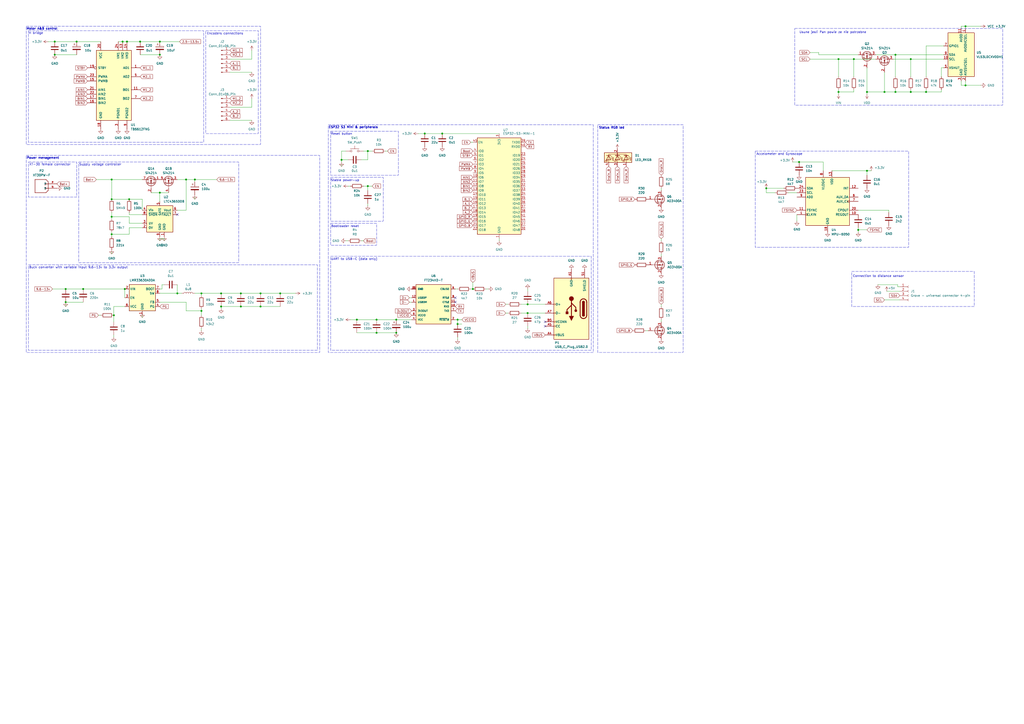
<source format=kicad_sch>
(kicad_sch (version 20231120) (generator "eeschema") (generator_version "8.0")
  (paper "A2")
  (junction (at 102.87 170.18))
  (junction (at 113.03 104.14))
  (junction (at 151.13 177.8))
  (junction (at 246.38 77.47))
  (junction (at 31.75 31.75))
  (junction (at 64.77 115.57))
  (junction (at 218.44 185.42))
  (junction (at 64.77 104.14))
  (junction (at 38.1 175.26))
  (junction (at 128.27 177.8))
  (junction (at 38.1 167.64))
  (junction (at 207.01 185.42))
  (junction (at 116.84 170.18))
  (junction (at 139.7 177.8))
  (junction (at 502.92 53.34))
  (junction (at 502.92 99.06))
  (junction (at 128.27 170.18))
  (junction (at 81.28 24.13))
  (junction (at 229.87 185.42))
  (junction (at 64.77 135.89))
  (junction (at 198.12 92.71))
  (junction (at 560.07 49.53))
  (junction (at 444.5 109.22))
  (junction (at 528.32 34.29))
  (junction (at 71.12 24.13))
  (junction (at 48.26 167.64))
  (junction (at 528.32 53.34))
  (junction (at 537.21 53.34))
  (junction (at 139.7 170.18))
  (junction (at 256.54 77.47))
  (junction (at 560.07 15.24))
  (junction (at 463.55 93.98))
  (junction (at 31.75 24.13))
  (junction (at 107.95 104.14))
  (junction (at 486.41 53.34))
  (junction (at 229.87 193.04))
  (junction (at 73.66 24.13))
  (junction (at 495.3 34.29))
  (junction (at 213.36 87.63))
  (junction (at 265.43 185.42))
  (junction (at 274.32 167.64))
  (junction (at 218.44 193.04))
  (junction (at 92.71 31.75))
  (junction (at 265.43 187.96))
  (junction (at 44.45 24.13))
  (junction (at 92.71 111.76))
  (junction (at 513.08 53.34))
  (junction (at 116.84 180.34))
  (junction (at 74.93 115.57))
  (junction (at 497.84 133.35))
  (junction (at 64.77 125.73))
  (junction (at 151.13 170.18))
  (junction (at 306.07 181.61))
  (junction (at 66.04 182.88))
  (junction (at 519.43 53.34))
  (junction (at 519.43 31.75))
  (junction (at 72.39 167.64))
  (junction (at 162.56 170.18))
  (junction (at 92.71 24.13))
  (junction (at 213.36 107.95))
  (junction (at 306.07 176.53))
  (junction (at 486.41 34.29))
  (no_connect (at 102.87 124.46))
  (no_connect (at 316.23 189.23))
  (no_connect (at 264.16 175.26))
  (no_connect (at 316.23 186.69))
  (no_connect (at 264.16 172.72))
  (wire (pts (xy 495.3 34.29) (xy 495.3 44.45)))
  (wire (pts (xy 73.66 24.13) (xy 81.28 24.13)))
  (wire (pts (xy 223.52 87.63) (xy 224.79 87.63)))
  (wire (pts (xy 519.43 53.34) (xy 528.32 53.34)))
  (wire (pts (xy 505.46 99.06) (xy 502.92 99.06)))
  (wire (pts (xy 162.56 170.18) (xy 171.45 170.18)))
  (wire (pts (xy 74.93 125.73) (xy 64.77 125.73)))
  (wire (pts (xy 87.63 111.76) (xy 92.71 111.76)))
  (wire (pts (xy 162.56 177.8) (xy 151.13 177.8)))
  (wire (pts (xy 209.55 92.71) (xy 213.36 92.71)))
  (wire (pts (xy 57.15 182.88) (xy 58.42 182.88)))
  (wire (pts (xy 31.75 24.13) (xy 44.45 24.13)))
  (wire (pts (xy 463.55 93.98) (xy 477.52 93.98)))
  (wire (pts (xy 107.95 121.92) (xy 107.95 104.14)))
  (wire (pts (xy 102.87 121.92) (xy 107.95 121.92)))
  (wire (pts (xy 237.49 175.26) (xy 238.76 175.26)))
  (wire (pts (xy 151.13 177.8) (xy 139.7 177.8)))
  (wire (pts (xy 151.13 170.18) (xy 162.56 170.18)))
  (wire (pts (xy 64.77 134.62) (xy 64.77 135.89)))
  (wire (pts (xy 383.54 109.22) (xy 383.54 110.49)))
  (wire (pts (xy 27.94 24.13) (xy 31.75 24.13)))
  (wire (pts (xy 102.87 170.18) (xy 105.41 170.18)))
  (wire (pts (xy 66.04 195.58) (xy 66.04 194.31)))
  (wire (pts (xy 66.04 177.8) (xy 66.04 182.88)))
  (wire (pts (xy 48.26 167.64) (xy 72.39 167.64)))
  (wire (pts (xy 116.84 170.18) (xy 116.84 171.45)))
  (wire (pts (xy 497.84 31.75) (xy 474.98 31.75)))
  (wire (pts (xy 521.97 166.37) (xy 520.7 166.37)))
  (wire (pts (xy 306.07 167.64) (xy 306.07 168.91)))
  (wire (pts (xy 459.74 93.98) (xy 463.55 93.98)))
  (wire (pts (xy 546.1 53.34) (xy 537.21 53.34)))
  (wire (pts (xy 31.75 31.75) (xy 44.45 31.75)))
  (wire (pts (xy 201.93 107.95) (xy 203.2 107.95)))
  (wire (pts (xy 513.08 53.34) (xy 519.43 53.34)))
  (wire (pts (xy 102.87 104.14) (xy 107.95 104.14)))
  (wire (pts (xy 560.07 49.53) (xy 568.96 49.53)))
  (wire (pts (xy 514.35 168.91) (xy 521.97 168.91)))
  (wire (pts (xy 116.84 180.34) (xy 116.84 182.88)))
  (wire (pts (xy 209.55 139.7) (xy 210.82 139.7)))
  (wire (pts (xy 513.08 173.99) (xy 521.97 173.99)))
  (wire (pts (xy 198.12 87.63) (xy 198.12 92.71)))
  (wire (pts (xy 113.03 170.18) (xy 116.84 170.18)))
  (wire (pts (xy 229.87 193.04) (xy 218.44 193.04)))
  (wire (pts (xy 546.1 52.07) (xy 546.1 53.34)))
  (wire (pts (xy 146.05 57.15) (xy 146.05 62.23)))
  (wire (pts (xy 213.36 92.71) (xy 213.36 87.63)))
  (wire (pts (xy 265.43 196.85) (xy 265.43 195.58)))
  (wire (pts (xy 495.3 34.29) (xy 508 34.29)))
  (wire (pts (xy 265.43 187.96) (xy 267.97 187.96)))
  (wire (pts (xy 486.41 44.45) (xy 486.41 34.29)))
  (wire (pts (xy 213.36 87.63) (xy 210.82 87.63)))
  (wire (pts (xy 68.58 24.13) (xy 71.12 24.13)))
  (wire (pts (xy 302.26 181.61) (xy 306.07 181.61)))
  (wire (pts (xy 519.43 31.75) (xy 519.43 44.45)))
  (wire (pts (xy 82.55 182.88) (xy 82.55 184.15)))
  (wire (pts (xy 265.43 185.42) (xy 264.16 185.42)))
  (wire (pts (xy 213.36 119.38) (xy 213.36 118.11)))
  (wire (pts (xy 474.98 30.48) (xy 469.9 30.48)))
  (wire (pts (xy 265.43 167.64) (xy 264.16 167.64)))
  (wire (pts (xy 383.54 138.43) (xy 383.54 139.7)))
  (wire (pts (xy 486.41 52.07) (xy 486.41 53.34)))
  (wire (pts (xy 64.77 146.05) (xy 64.77 147.32)))
  (wire (pts (xy 74.93 129.54) (xy 74.93 125.73)))
  (wire (pts (xy 38.1 167.64) (xy 48.26 167.64)))
  (wire (pts (xy 283.21 167.64) (xy 281.94 167.64)))
  (wire (pts (xy 383.54 176.53) (xy 383.54 177.8)))
  (wire (pts (xy 444.5 109.22) (xy 454.66 109.22)))
  (wire (pts (xy 107.95 180.34) (xy 107.95 175.26)))
  (wire (pts (xy 273.05 82.55) (xy 274.32 82.55)))
  (wire (pts (xy 513.08 41.91) (xy 513.08 53.34)))
  (wire (pts (xy 82.55 121.92) (xy 82.55 115.57)))
  (wire (pts (xy 444.5 111.76) (xy 444.5 109.22)))
  (wire (pts (xy 200.66 139.7) (xy 201.93 139.7)))
  (wire (pts (xy 92.71 170.18) (xy 102.87 170.18)))
  (wire (pts (xy 306.07 176.53) (xy 316.23 176.53)))
  (wire (pts (xy 102.87 165.1) (xy 102.87 170.18)))
  (wire (pts (xy 519.43 31.75) (xy 547.37 31.75)))
  (wire (pts (xy 482.6 99.06) (xy 502.92 99.06)))
  (wire (pts (xy 44.45 24.13) (xy 58.42 24.13)))
  (wire (pts (xy 72.39 167.64) (xy 72.39 172.72)))
  (wire (pts (xy 116.84 191.77) (xy 116.84 190.5)))
  (wire (pts (xy 293.37 176.53) (xy 294.64 176.53)))
  (wire (pts (xy 64.77 104.14) (xy 82.55 104.14)))
  (wire (pts (xy 229.87 185.42) (xy 238.76 185.42)))
  (wire (pts (xy 486.41 53.34) (xy 486.41 54.61)))
  (wire (pts (xy 502.92 39.37) (xy 502.92 53.34)))
  (wire (pts (xy 547.37 39.37) (xy 546.1 39.37)))
  (wire (pts (xy 139.7 177.8) (xy 128.27 177.8)))
  (wire (pts (xy 218.44 193.04) (xy 207.01 193.04)))
  (wire (pts (xy 537.21 26.67) (xy 537.21 44.45)))
  (wire (pts (xy 55.88 104.14) (xy 64.77 104.14)))
  (wire (pts (xy 497.84 121.92) (xy 515.62 121.92)))
  (wire (pts (xy 218.44 185.42) (xy 229.87 185.42)))
  (wire (pts (xy 81.28 24.13) (xy 92.71 24.13)))
  (wire (pts (xy 133.35 62.23) (xy 146.05 62.23)))
  (wire (pts (xy 107.95 175.26) (xy 92.71 175.26)))
  (wire (pts (xy 495.3 52.07) (xy 495.3 53.34)))
  (wire (pts (xy 64.77 123.19) (xy 64.77 125.73)))
  (wire (pts (xy 213.36 87.63) (xy 215.9 87.63)))
  (wire (pts (xy 38.1 176.53) (xy 38.1 177.8)))
  (wire (pts (xy 557.53 49.53) (xy 560.07 49.53)))
  (wire (pts (xy 113.03 105.41) (xy 113.03 104.14)))
  (wire (pts (xy 95.25 165.1) (xy 93.98 165.1)))
  (wire (pts (xy 508 31.75) (xy 519.43 31.75)))
  (wire (pts (xy 469.9 34.29) (xy 486.41 34.29)))
  (wire (pts (xy 72.39 177.8) (xy 66.04 177.8)))
  (wire (pts (xy 82.55 129.54) (xy 74.93 129.54)))
  (wire (pts (xy 133.35 41.91) (xy 146.05 41.91)))
  (wire (pts (xy 444.5 111.76) (xy 449.58 111.76)))
  (wire (pts (xy 64.77 135.89) (xy 64.77 137.16)))
  (wire (pts (xy 289.56 138.43) (xy 289.56 139.7)))
  (wire (pts (xy 502.92 133.35) (xy 497.84 133.35)))
  (wire (pts (xy 383.54 147.32) (xy 383.54 148.59)))
  (wire (pts (xy 560.07 15.24) (xy 560.07 16.51)))
  (wire (pts (xy 557.53 46.99) (xy 557.53 49.53)))
  (wire (pts (xy 64.77 104.14) (xy 64.77 115.57)))
  (wire (pts (xy 502.92 53.34) (xy 502.92 54.61)))
  (wire (pts (xy 520.7 166.37) (xy 520.7 165.1)))
  (wire (pts (xy 64.77 115.57) (xy 74.93 115.57)))
  (wire (pts (xy 95.25 138.43) (xy 95.25 139.7)))
  (wire (pts (xy 133.35 34.29) (xy 146.05 34.29)))
  (wire (pts (xy 518.16 34.29) (xy 528.32 34.29)))
  (wire (pts (xy 74.93 135.89) (xy 74.93 132.08)))
  (wire (pts (xy 528.32 34.29) (xy 547.37 34.29)))
  (wire (pts (xy 513.08 53.34) (xy 502.92 53.34)))
  (wire (pts (xy 213.36 107.95) (xy 213.36 110.49)))
  (wire (pts (xy 113.03 104.14) (xy 125.73 104.14)))
  (wire (pts (xy 274.32 167.64) (xy 273.05 167.64)))
  (wire (pts (xy 557.53 16.51) (xy 557.53 15.24)))
  (wire (pts (xy 74.93 132.08) (xy 82.55 132.08)))
  (wire (pts (xy 64.77 135.89) (xy 74.93 135.89)))
  (wire (pts (xy 64.77 127) (xy 64.77 125.73)))
  (wire (pts (xy 82.55 115.57) (xy 74.93 115.57)))
  (wire (pts (xy 560.07 46.99) (xy 560.07 49.53)))
  (wire (pts (xy 133.35 69.85) (xy 146.05 69.85)))
  (wire (pts (xy 198.12 87.63) (xy 200.66 87.63)))
  (wire (pts (xy 128.27 170.18) (xy 139.7 170.18)))
  (wire (pts (xy 107.95 104.14) (xy 113.03 104.14)))
  (wire (pts (xy 93.98 165.1) (xy 93.98 167.64)))
  (wire (pts (xy 256.54 77.47) (xy 289.56 77.47)))
  (wire (pts (xy 497.84 133.35) (xy 497.84 134.62)))
  (wire (pts (xy 515.62 121.92) (xy 515.62 123.19)))
  (wire (pts (xy 474.98 31.75) (xy 474.98 30.48)))
  (wire (pts (xy 546.1 39.37) (xy 546.1 44.45)))
  (wire (pts (xy 198.12 95.25) (xy 198.12 96.52)))
  (wire (pts (xy 528.32 34.29) (xy 528.32 44.45)))
  (wire (pts (xy 486.41 34.29) (xy 495.3 34.29)))
  (wire (pts (xy 128.27 177.8) (xy 128.27 179.07)))
  (wire (pts (xy 242.57 77.47) (xy 246.38 77.47)))
  (wire (pts (xy 38.1 175.26) (xy 48.26 175.26)))
  (wire (pts (xy 265.43 187.96) (xy 265.43 185.42)))
  (wire (pts (xy 547.37 26.67) (xy 537.21 26.67)))
  (wire (pts (xy 293.37 181.61) (xy 294.64 181.61)))
  (wire (pts (xy 198.12 92.71) (xy 201.93 92.71)))
  (wire (pts (xy 306.07 181.61) (xy 316.23 181.61)))
  (wire (pts (xy 30.48 167.64) (xy 38.1 167.64)))
  (wire (pts (xy 265.43 185.42) (xy 267.97 185.42)))
  (wire (pts (xy 213.36 107.95) (xy 215.9 107.95)))
  (wire (pts (xy 92.71 138.43) (xy 92.71 139.7)))
  (wire (pts (xy 509.27 165.1) (xy 520.7 165.1)))
  (wire (pts (xy 374.65 191.77) (xy 375.92 191.77)))
  (wire (pts (xy 92.71 24.13) (xy 104.14 24.13)))
  (wire (pts (xy 71.12 24.13) (xy 73.66 24.13)))
  (wire (pts (xy 457.2 111.76) (xy 462.28 111.76)))
  (wire (pts (xy 203.2 185.42) (xy 207.01 185.42)))
  (wire (pts (xy 383.54 186.69) (xy 383.54 185.42)))
  (wire (pts (xy 146.05 29.21) (xy 146.05 34.29)))
  (wire (pts (xy 74.93 124.46) (xy 74.93 123.19)))
  (wire (pts (xy 113.03 114.3) (xy 113.03 115.57)))
  (wire (pts (xy 198.12 92.71) (xy 198.12 93.98)))
  (wire (pts (xy 82.55 124.46) (xy 74.93 124.46)))
  (wire (pts (xy 557.53 15.24) (xy 560.07 15.24)))
  (wire (pts (xy 92.71 138.43) (xy 95.25 138.43)))
  (wire (pts (xy 139.7 170.18) (xy 151.13 170.18)))
  (wire (pts (xy 560.07 15.24) (xy 568.96 15.24)))
  (wire (pts (xy 210.82 107.95) (xy 213.36 107.95)))
  (wire (pts (xy 302.26 176.53) (xy 306.07 176.53)))
  (wire (pts (xy 116.84 180.34) (xy 107.95 180.34)))
  (wire (pts (xy 497.84 133.35) (xy 497.84 132.08)))
  (wire (pts (xy 519.43 53.34) (xy 519.43 52.07)))
  (wire (pts (xy 92.71 111.76) (xy 97.79 111.76)))
  (wire (pts (xy 306.07 190.5) (xy 306.07 189.23)))
  (wire (pts (xy 237.49 172.72) (xy 238.76 172.72)))
  (wire (pts (xy 66.04 182.88) (xy 66.04 186.69)))
  (wire (pts (xy 116.84 170.18) (xy 128.27 170.18)))
  (wire (pts (xy 537.21 53.34) (xy 528.32 53.34)))
  (wire (pts (xy 274.32 163.83) (xy 274.32 167.64)))
  (wire (pts (xy 92.71 111.76) (xy 92.71 116.84)))
  (wire (pts (xy 495.3 53.34) (xy 486.41 53.34)))
  (wire (pts (xy 207.01 185.42) (xy 218.44 185.42)))
  (wire (pts (xy 537.21 53.34) (xy 537.21 52.07)))
  (wire (pts (xy 502.92 99.06) (xy 502.92 101.6)))
  (wire (pts (xy 93.98 167.64) (xy 92.71 167.64)))
  (wire (pts (xy 81.28 31.75) (xy 92.71 31.75)))
  (wire (pts (xy 477.52 93.98) (xy 477.52 99.06)))
  (wire (pts (xy 246.38 77.47) (xy 256.54 77.47)))
  (wire (pts (xy 462.28 128.27) (xy 462.28 124.46)))
  (wire (pts (xy 116.84 179.07) (xy 116.84 180.34)))
  (wire (pts (xy 528.32 53.34) (xy 528.32 52.07)))
  (rectangle (start 191.77 129.54) (end 218.44 142.24) (stroke (width 0) (type dash)))
  (rectangle (start 191.77 148.59) (end 342.9 203.2) (stroke (width 0) (type dash)))
  (rectangle (start 45.72 93.98) (end 138.43 152.4) (stroke (width 0) (type dash)))
  (rectangle (start 15.24 90.17) (end 185.42 204.47) (stroke (width 0) (type dash)))
  (rectangle (start 16.51 153.67) (end 184.15 203.2) (stroke (width 0) (type dash)))
  (rectangle (start 346.71 72.39) (end 396.24 204.47) (stroke (width 0) (type dash)))
  (rectangle (start 461.01 16.51) (end 581.66 60.96) (stroke (width 0) (type dash)))
  (rectangle (start 190.5 72.39) (end 344.17 204.47) (stroke (width 0) (type dash)))
  (rectangle (start 191.77 102.87) (end 222.25 128.27) (stroke (width 0) (type dash)))
  (rectangle (start 15.24 15.24) (end 151.13 83.82) (stroke (width 0) (type dash)))
  (rectangle (start 16.51 93.98) (end 44.45 114.3) (stroke (width 0) (type dash)))
  (rectangle (start 119.38 17.78) (end 149.86 77.47) (stroke (width 0) (type dash)))
  (rectangle (start 438.15 87.63) (end 527.05 143.51) (stroke (width 0) (type dash)))
  (rectangle (start 494.03 157.48) (end 565.15 177.8) (stroke (width 0) (type dash)))
  (rectangle (start 16.51 17.78) (end 118.11 82.55) (stroke (width 0) (type dash)))
  (rectangle (start 191.77 76.2) (end 231.14 101.6) (stroke (width 0) (type dash)))
  (text "Motor A&B control" (at 24.384 16.764 0) (effects (font (size 1.27 1.27) (thickness 0.254) (bold yes))))
  (text "Status RGB led" (at 354.838 74.168 0) (effects (font (size 1.27 1.27) (thickness 0.254) (bold yes))))
  (text "UART to USB-C (data only)\n" (at 205.486 150.368 0) (effects (font (size 1.27 1.27))))
  (text "Stable power-up" (at 200.152 104.648 0) (effects (font (size 1.27 1.27))))
  (text "Supply voltage controller" (at 58.166 95.504 0) (effects (font (size 1.27 1.27))))
  (text "Accelometer and Gyroscope \n" (at 452.628 89.408 0) (effects (font (size 1.27 1.27))))
  (text "Buck converter with variable input 9.6-13v to 3.3v output" (at 45.466 155.194 0) (effects (font (size 1.27 1.27))))
  (text "Bootloader reset" (at 200.152 131.318 0) (effects (font (size 1.27 1.27))))
  (text "ESP32 S3 Mini & peripherals" (at 204.978 73.914 0) (effects (font (size 1.27 1.27) (thickness 0.254) (bold yes))))
  (text "XT-30 female connector\n" (at 28.956 95.504 0) (effects (font (size 1.27 1.27))))
  (text "Reset button" (at 198.12 77.724 0) (effects (font (size 1.27 1.27))))
  (text "Usune jesli Pan powie ze nie potrzebne\n" (at 483.108 18.796 0) (effects (font (size 1.27 1.27))))
  (text "H bridge\n" (at 20.828 19.304 0) (effects (font (size 1.27 1.27))))
  (text "Connection to distance sensor\n" (at 509.524 160.274 0) (effects (font (size 1.27 1.27))))
  (text "Encoders connections\n" (at 130.556 19.558 0) (effects (font (size 1.27 1.27))))
  (text "Power menagement" (at 24.892 91.694 0) (effects (font (size 1.27 1.27) (thickness 0.254) (bold yes))))
  (global_label "A_2" (shape input) (at 274.32 123.19 180) (property "Intersheetrefs" "${INTERSHEET_REFS}" (effects (hide yes))))
  (global_label "A_1" (shape input) (at 274.32 118.11 180) (property "Intersheetrefs" "${INTERSHEET_REFS}" (effects (hide yes))))
  (global_label "9.6-13v" (shape input) (at 30.48 167.64 180) (property "Intersheetrefs" "${INTERSHEET_REFS}" (effects (hide yes))))
  (global_label "GPIO_R" (shape input) (at 274.32 125.73 180) (property "Intersheetrefs" "${INTERSHEET_REFS}" (effects (hide yes))))
  (global_label "BIN2" (shape input) (at 274.32 110.49 180) (property "Intersheetrefs" "${INTERSHEET_REFS}" (effects (hide yes))))
  (global_label "TX" (shape input) (at 264.16 180.34 0) (property "Intersheetrefs" "${INTERSHEET_REFS}" (effects (hide yes))))
  (global_label "D+" (shape input) (at 293.37 176.53 180) (property "Intersheetrefs" "${INTERSHEET_REFS}" (effects (hide yes))))
  (global_label "STBY" (shape input) (at 50.8 39.37 180) (property "Intersheetrefs" "${INTERSHEET_REFS}" (effects (hide yes))))
  (global_label "PG" (shape input) (at 92.71 177.8 0) (property "Intersheetrefs" "${INTERSHEET_REFS}" (effects (hide yes))))
  (global_label "SCL" (shape input) (at 469.9 34.29 180) (property "Intersheetrefs" "${INTERSHEET_REFS}" (effects (hide yes))))
  (global_label "PWMB" (shape input) (at 274.32 97.79 180) (property "Intersheetrefs" "${INTERSHEET_REFS}" (effects (hide yes))))
  (global_label "STBY" (shape input) (at 274.32 90.17 180) (property "Intersheetrefs" "${INTERSHEET_REFS}" (effects (hide yes))))
  (global_label "VCCIO" (shape input) (at 238.76 182.88 180) (property "Intersheetrefs" "${INTERSHEET_REFS}" (effects (hide yes))))
  (global_label "3v3OUT" (shape input) (at 238.76 180.34 180) (property "Intersheetrefs" "${INTERSHEET_REFS}" (effects (hide yes))))
  (global_label "GPIO_G" (shape input) (at 368.3 153.67 180) (property "Intersheetrefs" "${INTERSHEET_REFS}" (effects (hide yes))))
  (global_label "B_1" (shape input) (at 133.35 39.37 0) (property "Intersheetrefs" "${INTERSHEET_REFS}" (effects (hide yes))))
  (global_label "9.6-13v" (shape input) (at 125.73 104.14 0) (property "Intersheetrefs" "${INTERSHEET_REFS}" (effects (hide yes))))
  (global_label "Bat+" (shape input) (at 55.88 104.14 180) (property "Intersheetrefs" "${INTERSHEET_REFS}" (effects (hide yes))))
  (global_label "A_1" (shape input) (at 133.35 36.83 0) (property "Intersheetrefs" "${INTERSHEET_REFS}" (effects (hide yes))))
  (global_label "Drain_B" (shape input) (at 383.54 176.53 90) (property "Intersheetrefs" "${INTERSHEET_REFS}" (effects (hide yes))))
  (global_label "AIN2" (shape input) (at 50.8 54.61 180) (property "Intersheetrefs" "${INTERSHEET_REFS}" (effects (hide yes))))
  (global_label "D-" (shape input) (at 293.37 181.61 180) (property "Intersheetrefs" "${INTERSHEET_REFS}" (effects (hide yes))))
  (global_label "B_1" (shape input) (at 274.32 115.57 180) (property "Intersheetrefs" "${INTERSHEET_REFS}" (effects (hide yes))))
  (global_label "A_2" (shape input) (at 133.35 64.77 0) (property "Intersheetrefs" "${INTERSHEET_REFS}" (effects (hide yes))))
  (global_label "PG" (shape input) (at 57.15 182.88 180) (property "Intersheetrefs" "${INTERSHEET_REFS}" (effects (hide yes))))
  (global_label "2.5-13.5v" (shape input) (at 104.14 24.13 0) (property "Intersheetrefs" "${INTERSHEET_REFS}" (effects (hide yes))))
  (global_label "Boot" (shape input) (at 274.32 87.63 180) (property "Intersheetrefs" "${INTERSHEET_REFS}" (effects (hide yes))))
  (global_label "PWMB" (shape input) (at 50.8 46.99 180) (property "Intersheetrefs" "${INTERSHEET_REFS}" (effects (hide yes))))
  (global_label "AIN1" (shape input) (at 50.8 52.07 180) (property "Intersheetrefs" "${INTERSHEET_REFS}" (effects (hide yes))))
  (global_label "Drain_G" (shape input) (at 383.54 138.43 90) (property "Intersheetrefs" "${INTERSHEET_REFS}" (effects (hide yes))))
  (global_label "BIN1" (shape input) (at 50.8 57.15 180) (property "Intersheetrefs" "${INTERSHEET_REFS}" (effects (hide yes))))
  (global_label "FSYNC" (shape input) (at 502.92 133.35 0) (property "Intersheetrefs" "${INTERSHEET_REFS}" (effects (hide yes))))
  (global_label "SDA" (shape input) (at 521.97 171.45 180) (property "Intersheetrefs" "${INTERSHEET_REFS}" (effects (hide yes))))
  (global_label "EN" (shape input) (at 215.9 107.95 0) (property "Intersheetrefs" "${INTERSHEET_REFS}" (effects (hide yes))))
  (global_label "BIN1" (shape input) (at 274.32 107.95 180) (property "Intersheetrefs" "${INTERSHEET_REFS}" (effects (hide yes))))
  (global_label "Drain_G" (shape input) (at 358.14 96.52 270) (property "Intersheetrefs" "${INTERSHEET_REFS}" (effects (hide yes))))
  (global_label "PWMA" (shape input) (at 274.32 95.25 180) (property "Intersheetrefs" "${INTERSHEET_REFS}" (effects (hide yes))))
  (global_label "D-" (shape input) (at 237.49 175.26 180) (property "Intersheetrefs" "${INTERSHEET_REFS}" (effects (hide yes))))
  (global_label "EN" (shape input) (at 224.79 87.63 0) (property "Intersheetrefs" "${INTERSHEET_REFS}" (effects (hide yes))))
  (global_label "AIN2" (shape input) (at 274.32 105.41 180) (property "Intersheetrefs" "${INTERSHEET_REFS}" (effects (hide yes))))
  (global_label "M1_2" (shape input) (at 133.35 57.15 0) (property "Intersheetrefs" "${INTERSHEET_REFS}" (effects (hide yes))))
  (global_label "M2_2" (shape input) (at 81.28 57.15 0) (property "Intersheetrefs" "${INTERSHEET_REFS}" (effects (hide yes))))
  (global_label "GPIO_G" (shape input) (at 274.32 128.27 180) (property "Intersheetrefs" "${INTERSHEET_REFS}" (effects (hide yes))))
  (global_label "BIN2" (shape input) (at 50.8 59.69 180) (property "Intersheetrefs" "${INTERSHEET_REFS}" (effects (hide yes))))
  (global_label "GPIO_R" (shape input) (at 368.3 115.57 180) (property "Intersheetrefs" "${INTERSHEET_REFS}" (effects (hide yes))))
  (global_label "VBUS" (shape input) (at 274.32 163.83 90) (property "Intersheetrefs" "${INTERSHEET_REFS}" (effects (hide yes))))
  (global_label "GPIO_B" (shape input) (at 367.03 191.77 180) (property "Intersheetrefs" "${INTERSHEET_REFS}" (effects (hide yes))))
  (global_label "RX" (shape input) (at 304.8 85.09 0) (property "Intersheetrefs" "${INTERSHEET_REFS}" (effects (hide yes))))
  (global_label "B_2" (shape input) (at 274.32 120.65 180) (property "Intersheetrefs" "${INTERSHEET_REFS}" (effects (hide yes))))
  (global_label "Bat+" (shape input) (at 33.02 106.68 0) (property "Intersheetrefs" "${INTERSHEET_REFS}" (effects (hide yes))))
  (global_label "M2_2" (shape input) (at 133.35 59.69 0) (property "Intersheetrefs" "${INTERSHEET_REFS}" (effects (hide yes))))
  (global_label "PWMA" (shape input) (at 50.8 44.45 180) (property "Intersheetrefs" "${INTERSHEET_REFS}" (effects (hide yes))))
  (global_label "D+" (shape input) (at 237.49 172.72 180) (property "Intersheetrefs" "${INTERSHEET_REFS}" (effects (hide yes))))
  (global_label "M2_1" (shape input) (at 81.28 44.45 0) (property "Intersheetrefs" "${INTERSHEET_REFS}" (effects (hide yes))))
  (global_label "GPIO_B" (shape input) (at 274.32 130.81 180) (property "Intersheetrefs" "${INTERSHEET_REFS}" (effects (hide yes))))
  (global_label "EN" (shape input) (at 273.05 82.55 180) (property "Intersheetrefs" "${INTERSHEET_REFS}" (effects (hide yes))))
  (global_label "VBUS" (shape input) (at 316.23 194.31 180) (property "Intersheetrefs" "${INTERSHEET_REFS}" (effects (hide yes))))
  (global_label "SDA" (shape input) (at 469.9 30.48 180) (property "Intersheetrefs" "${INTERSHEET_REFS}" (effects (hide yes))))
  (global_label "TX" (shape input) (at 304.8 82.55 0) (property "Intersheetrefs" "${INTERSHEET_REFS}" (effects (hide yes))))
  (global_label "M1_1" (shape input) (at 133.35 29.21 0) (property "Intersheetrefs" "${INTERSHEET_REFS}" (effects (hide yes))))
  (global_label "B_2" (shape input) (at 133.35 67.31 0) (property "Intersheetrefs" "${INTERSHEET_REFS}" (effects (hide yes))))
  (global_label "FSYNC" (shape input) (at 462.28 121.92 180) (property "Intersheetrefs" "${INTERSHEET_REFS}" (effects (hide yes))))
  (global_label "Drain_R" (shape input) (at 383.54 101.6 90) (property "Intersheetrefs" "${INTERSHEET_REFS}" (effects (hide yes))))
  (global_label "M1_1" (shape input) (at 81.28 39.37 0) (property "Intersheetrefs" "${INTERSHEET_REFS}" (effects (hide yes))))
  (global_label "M2_1" (shape input) (at 133.35 31.75 0) (property "Intersheetrefs" "${INTERSHEET_REFS}" (effects (hide yes))))
  (global_label "Drain_B" (shape input) (at 353.06 96.52 270) (property "Intersheetrefs" "${INTERSHEET_REFS}" (effects (hide yes))))
  (global_label "RX" (shape input) (at 264.16 177.8 0) (property "Intersheetrefs" "${INTERSHEET_REFS}" (effects (hide yes))))
  (global_label "VCCIO" (shape input) (at 267.97 185.42 0) (property "Intersheetrefs" "${INTERSHEET_REFS}" (effects (hide yes))))
  (global_label "AIN1" (shape input) (at 274.32 102.87 180) (property "Intersheetrefs" "${INTERSHEET_REFS}" (effects (hide yes))))
  (global_label "M1_2" (shape input) (at 81.28 52.07 0) (property "Intersheetrefs" "${INTERSHEET_REFS}" (effects (hide yes))))
  (global_label "SCL" (shape input) (at 513.08 173.99 180) (property "Intersheetrefs" "${INTERSHEET_REFS}" (effects (hide yes))))
  (global_label "Drain_R" (shape input) (at 363.22 96.52 270) (property "Intersheetrefs" "${INTERSHEET_REFS}" (effects (hide yes))))
  (global_label "Boot" (shape input) (at 210.82 139.7 0) (property "Intersheetrefs" "${INTERSHEET_REFS}" (effects (hide yes))))
  (symbol (lib_id "power:GND") (at 92.71 137.16 0) (unit 1)
    (property "Reference" "#PWR013" (effects (hide yes)))
    (property "Value" "GND" (at 92.71 142.24 0))
    (property "Description" "Power symbol creates a global label with name \"GND\" , ground" (effects (hide yes)))
  )
  (symbol (lib_id "power:GND") (at 213.36 119.38 0) (unit 1)
    (property "Reference" "#PWR052" (effects (hide yes)))
    (property "Value" "GND" (at 213.36 124.46 0))
    (property "Description" "Power symbol creates a global label with name \"GND\" , ground" (effects (hide yes)))
  )
  (symbol (lib_id "Device:C") (at 81.28 27.94 180) (unit 1)
    (property "Reference" "C20" (at 86.36 26.416 0))
    (property "Value" "0u1" (at 86.614 29.21 0))
    (property "Description" "Unpolarized capacitor" (effects (hide yes)))
  )
  (symbol (lib_id "Device:R") (at 298.45 176.53 90) (unit 1)
    (property "Reference" "R20" (at 298.45 170.18 90))
    (property "Value" "27" (at 298.45 172.72 90))
    (property "Description" "Resistor" (effects (hide yes)))
  )
  (symbol (lib_id "power:VCC") (at 514.35 168.91 0) (unit 1)
    (property "Reference" "#PWR036" (effects (hide yes)))
    (property "Value" "+5V" (at 515.112 167.132 0) (effects (justify left)))
    (property "Description" "Power symbol creates a global label with name \"VCC\"" (effects (hide yes)))
  )
  (symbol (lib_id "Connector:Conn_01x04_Socket") (at 527.05 168.91 0) (unit 1)
    (property "Reference" "J1" (at 528.32 168.9099 0) (effects (justify left)))
    (property "Value" "Grove - universal connector 4-pin" (at 528.32 171.4499 0) (effects (justify left)))
    (property "Description" "Generic connector, single row, 01x04, script generated" (effects (hide yes)))
  )
  (symbol (lib_id "power:GND") (at 31.75 31.75 0) (unit 1)
    (property "Reference" "#PWR01" (effects (hide yes)))
    (property "Value" "GND" (at 31.75 36.83 0))
    (property "Description" "Power symbol creates a global label with name \"GND\" , ground" (effects (hide yes)))
  )
  (symbol (lib_id "Power_Management:LTC4365DDB") (at 92.71 127 0) (unit 1)
    (property "Reference" "U2" (at 94.9041 114.3 0) (effects (justify left)))
    (property "Value" "LTC4365DDB" (at 94.9041 116.84 0) (effects (justify left)))
    (property "Footprint" "Package_DFN_QFN:DFN-8-1EP_2x3mm_P0.5mm_EP0.61x2.2mm" (effects (hide yes)))
    (property "Datasheet" "https://www.analog.com/media/en/technical-documentation/data-sheets/4365fa.pdf" (effects (hide yes)))
    (property "Description" "UV, OV and Reverse Supply Protection Controller, 50/60Hz noise rejection, DFN-8" (effects (hide yes)))
  )
  (symbol (lib_id "Sensor_Distance:VL53L0CXV0DH1") (at 557.53 31.75 0) (unit 1)
    (property "Reference" "U5" (at 566.42 30.4799 0) (effects (justify left)))
    (property "Value" "VL53L0CXV0DH1" (at 566.42 33.0199 0) (effects (justify left)))
    (property "Footprint" "Sensor_Distance:ST_VL53L1x" (effects (hide yes)))
    (property "Datasheet" "https://www.st.com/resource/en/datasheet/vl53l0x.pdf" (effects (hide yes)))
    (property "Description" "2m distance ranging ToF sensor, Optical LGA12" (effects (hide yes)))
  )
  (symbol (lib_id "Device:C_Polarized") (at 113.03 109.22 0) (unit 1)
    (property "Reference" "C4" (at 116.84 107.0609 0) (effects (justify left)))
    (property "Value" "100u" (at 116.84 109.6009 0) (effects (justify left)))
    (property "Description" "Polarized capacitor" (effects (hide yes)))
  )
  (symbol (lib_id "Device:R") (at 74.93 119.38 180) (unit 1)
    (property "Reference" "R5" (at 77.47 118.1099 0) (effects (justify right)))
    (property "Value" "100k" (at 77.47 120.6499 0) (effects (justify right)))
    (property "Description" "Resistor" (effects (hide yes)))
  )
  (symbol (lib_id "Device:C_Polarized") (at 92.71 27.94 0) (unit 1)
    (property "Reference" "C19" (at 96.52 26.416 0) (effects (justify left)))
    (property "Value" "10uF" (at 96.774 29.21 0) (effects (justify left)))
    (property "Description" "Polarized capacitor" (effects (hide yes)))
  )
  (symbol (lib_id "power:GND") (at 265.43 196.85 0) (unit 1)
    (property "Reference" "#PWR047" (effects (hide yes)))
    (property "Value" "GND" (at 265.43 201.93 0))
    (property "Description" "Power symbol creates a global label with name \"GND\" , ground" (effects (hide yes)))
  )
  (symbol (lib_id "power:GND") (at 58.42 74.93 0) (unit 1)
    (property "Reference" "#PWR037" (effects (hide yes)))
    (property "Value" "GND" (at 58.42 80.01 0))
    (property "Description" "Power symbol creates a global label with name \"GND\" , ground" (effects (hide yes)))
  )
  (symbol (lib_id "Device:R") (at 458.47 109.22 90) (unit 1)
    (property "Reference" "R12" (at 458.47 104.14 90))
    (property "Value" "4k7" (at 458.47 106.68 90))
    (property "Description" "Resistor" (effects (hide yes)))
  )
  (symbol (lib_id "power:GND") (at 383.54 158.75 0) (unit 1)
    (property "Reference" "#PWR055" (effects (hide yes)))
    (property "Value" "GND" (at 383.54 163.83 0))
    (property "Description" "Power symbol creates a global label with name \"GND\" , ground" (effects (hide yes)))
  )
  (symbol (lib_id "Device:C") (at 306.07 172.72 0) (unit 1)
    (property "Reference" "C25" (at 309.88 171.4499 0) (effects (justify left)))
    (property "Value" "47p" (at 309.88 173.9899 0) (effects (justify left)))
    (property "Description" "Unpolarized capacitor" (effects (hide yes)))
  )
  (symbol (lib_id "power:GND") (at 73.66 74.93 0) (unit 1)
    (property "Reference" "#PWR057" (effects (hide yes)))
    (property "Value" "GND" (at 73.66 80.01 0))
    (property "Description" "Power symbol creates a global label with name \"GND\" , ground" (effects (hide yes)))
  )
  (symbol (lib_id "power:GND") (at 38.1 175.26 0) (unit 1)
    (property "Reference" "#PWR015" (effects (hide yes)))
    (property "Value" "GND" (at 38.1 180.34 0))
    (property "Description" "Power symbol creates a global label with name \"GND\" , ground" (effects (hide yes)))
  )
  (symbol (lib_id "Transistor_FET:BS108") (at 513.08 36.83 90) (unit 1)
    (property "Reference" "Q3" (at 513.08 30.48 90))
    (property "Value" "Si4214" (at 513.08 27.94 90))
    (property "Footprint" "Package_TO_SOT_THT:TO-92_Inline" (effects (hide yes)))
    (property "Datasheet" "http://www.redrok.com/MOSFET_BS108_200V_250mA_8O_Vth1.5_TO-92.PDF" (effects (hide yes)))
    (property "Description" "0.25A Id, 200V Vds, N-Channel MOSFET, TO-92" (effects (hide yes)))
  )
  (symbol (lib_id "Device:C") (at 99.06 165.1 270) (unit 1)
    (property "Reference" "C7" (at 99.06 157.48 90))
    (property "Value" "0u1" (at 99.06 160.02 90))
    (property "Description" "Unpolarized capacitor" (effects (hide yes)))
  )
  (symbol (lib_id "power:GND") (at 200.66 139.7 270) (unit 1)
    (property "Reference" "#PWR010" (effects (hide yes)))
    (property "Value" "GND" (at 196.85 139.6999 90) (effects (justify right)))
    (property "Description" "Power symbol creates a global label with name \"GND\" , ground" (effects (hide yes)))
  )
  (symbol (lib_id "Device:L") (at 109.22 170.18 90) (unit 1)
    (property "Reference" "L1" (at 109.22 165.1 90))
    (property "Value" "6u8" (at 109.22 167.64 90))
    (property "Description" "Inductor" (effects (hide yes)))
  )
  (symbol (lib_id "power:GND") (at 128.27 179.07 0) (unit 1)
    (property "Reference" "#PWR019" (effects (hide yes)))
    (property "Value" "GND" (at 128.27 184.15 0))
    (property "Description" "Power symbol creates a global label with name \"GND\" , ground" (effects (hide yes)))
  )
  (symbol (lib_id "power:GND") (at 146.05 41.91 0) (unit 1)
    (property "Reference" "#PWR041" (effects (hide yes)))
    (property "Value" "GND" (at 146.05 46.99 0))
    (property "Description" "Power symbol creates a global label with name \"GND\" , ground" (effects (hide yes)))
  )
  (symbol (lib_id "Device:C") (at 515.62 127 0) (unit 1)
    (property "Reference" "C15" (at 519.43 125.7299 0) (effects (justify left)))
    (property "Value" "2n2" (at 519.43 128.2699 0) (effects (justify left)))
    (property "Description" "Unpolarized capacitor" (effects (hide yes)))
  )
  (symbol (lib_id "Device:R") (at 269.24 167.64 90) (unit 1)
    (property "Reference" "R22" (at 269.24 170.434 90))
    (property "Value" "4k7" (at 269.24 172.974 90))
    (property "Description" "Resistor" (effects (hide yes)))
  )
  (symbol (lib_id "power:VCC") (at 502.92 54.61 180) (unit 1)
    (property "Reference" "#PWR031" (effects (hide yes)))
    (property "Value" "VDD" (at 502.92 59.69 0))
    (property "Description" "Power symbol creates a global label with name \"VCC\"" (effects (hide yes)))
  )
  (symbol (lib_id "power:GND") (at 480.06 134.62 0) (unit 1)
    (property "Reference" "#PWR033" (effects (hide yes)))
    (property "Value" "GND" (at 480.06 139.3893 0))
    (property "Description" "Power symbol creates a global label with name \"GND\" , ground" (effects (hide yes)))
  )
  (symbol (lib_id "power:GND") (at 229.87 193.04 0) (unit 1)
    (property "Reference" "#PWR044" (effects (hide yes)))
    (property "Value" "GND" (at 229.87 198.12 0))
    (property "Description" "Power symbol creates a global label with name \"GND\" , ground" (effects (hide yes)))
  )
  (symbol (lib_id "power:GND") (at 463.55 101.6 0) (unit 1)
    (property "Reference" "#PWR022" (effects (hide yes)))
    (property "Value" "GND" (at 463.55 105.41 0))
    (property "Description" "Power symbol creates a global label with name \"GND\" , ground" (effects (hide yes)))
  )
  (symbol (lib_id "Device:C") (at 128.27 173.99 0) (unit 1)
    (property "Reference" "C9" (at 132.08 172.7199 0) (effects (justify left)))
    (property "Value" "22u" (at 132.08 175.2599 0) (effects (justify left)))
    (property "Description" "Unpolarized capacitor" (effects (hide yes)))
  )
  (symbol (lib_id "Device:C") (at 66.04 190.5 0) (unit 1)
    (property "Reference" "C8" (at 69.85 189.2299 0) (effects (justify left)))
    (property "Value" "1u" (at 69.85 191.7699 0) (effects (justify left)))
    (property "Description" "Unpolarized capacitor" (effects (hide yes)))
  )
  (symbol (lib_id "power:GND") (at 95.25 137.16 0) (unit 1)
    (property "Reference" "#PWR012" (effects (hide yes)))
    (property "Value" "GND" (at 95.25 142.24 0))
    (property "Description" "Power symbol creates a global label with name \"GND\" , ground" (effects (hide yes)))
  )
  (symbol (lib_id "Device:R") (at 453.39 111.76 90) (unit 1)
    (property "Reference" "R13" (at 453.136 114.808 90))
    (property "Value" "4k7" (at 453.136 117.094 90))
    (property "Description" "Resistor" (effects (hide yes)))
  )
  (symbol (lib_id "power:+3.3V") (at 171.45 170.18 270) (unit 1)
    (property "Reference" "#PWR020" (effects (hide yes)))
    (property "Value" "+3.3V" (at 175.26 170.1799 90) (effects (justify left)))
    (property "Description" "Power symbol creates a global label with name \"+3.3V\"" (effects (hide yes)))
  )
  (symbol (lib_id "Device:C") (at 463.55 97.79 0) (unit 1)
    (property "Reference" "C13" (at 467.36 96.5199 0) (effects (justify left)))
    (property "Value" "10n" (at 467.36 99.0599 0) (effects (justify left)))
    (property "Description" "Unpolarized capacitor" (effects (hide yes)))
  )
  (symbol (lib_id "power:GND") (at 146.05 69.85 0) (unit 1)
    (property "Reference" "#PWR043" (effects (hide yes)))
    (property "Value" "GND" (at 146.05 74.93 0))
    (property "Description" "Power symbol creates a global label with name \"GND\" , ground" (effects (hide yes)))
  )
  (symbol (lib_id "Device:C") (at 31.75 27.94 180) (unit 1)
    (property "Reference" "C17" (at 37.084 26.416 0))
    (property "Value" "0u1" (at 37.084 29.21 0))
    (property "Description" "Unpolarized capacitor" (effects (hide yes)))
  )
  (symbol (lib_id "power:GND") (at 283.21 167.64 90) (unit 1)
    (property "Reference" "#PWR050" (effects (hide yes)))
    (property "Value" "GND" (at 287.02 167.6399 90) (effects (justify right)))
    (property "Description" "Power symbol creates a global label with name \"GND\" , ground" (effects (hide yes)))
  )
  (symbol (lib_id "power:GND") (at 246.38 85.09 0) (unit 1)
    (property "Reference" "#PWR05" (effects (hide yes)))
    (property "Value" "GND" (at 246.38 90.17 0))
    (property "Description" "Power symbol creates a global label with name \"GND\" , ground" (effects (hide yes)))
  )
  (symbol (lib_id "Transistor_FET:AO3400A") (at 381 191.77 0) (unit 1)
    (property "Reference" "Q4" (at 386.842 190.5 0) (effects (justify left)))
    (property "Value" "AO3400A" (at 386.842 193.04 0) (effects (justify left)))
    (property "Footprint" "Package_TO_SOT_SMD:SOT-23" (effects (hide yes)))
    (property "Datasheet" "http://www.aosmd.com/pdfs/datasheet/AO3400A.pdf" (effects (hide yes)))
    (property "Description" "30V Vds, 5.7A Id, N-Channel MOSFET, SOT-23" (effects (hide yes)))
  )
  (symbol (lib_id "Device:R") (at 372.11 153.67 270) (unit 1)
    (property "Reference" "R29" (at 372.11 147.32 90))
    (property "Value" "220" (at 372.11 149.86 90))
    (property "Description" "Resistor" (effects (hide yes)))
  )
  (symbol (lib_id "Device:R") (at 116.84 186.69 0) (unit 1)
    (property "Reference" "R10" (at 119.38 185.4199 0) (effects (justify left)))
    (property "Value" "43k2" (at 119.38 187.9599 0) (effects (justify left)))
    (property "Description" "Resistor" (effects (hide yes)))
  )
  (symbol (lib_id "Device:C") (at 502.92 105.41 0) (unit 1)
    (property "Reference" "C16" (at 506.73 104.1399 0) (effects (justify left)))
    (property "Value" "0u1" (at 506.73 106.6799 0) (effects (justify left)))
    (property "Description" "Unpolarized capacitor" (effects (hide yes)))
  )
  (symbol (lib_id "Device:R") (at 370.84 191.77 270) (unit 1)
    (property "Reference" "R28" (at 370.84 185.42 90))
    (property "Value" "220" (at 370.84 187.96 90))
    (property "Description" "Resistor" (effects (hide yes)))
  )
  (symbol (lib_id "Device:R") (at 528.32 48.26 0) (unit 1)
    (property "Reference" "R17" (at 530.86 46.9899 0) (effects (justify left)))
    (property "Value" "10k" (at 530.86 49.5299 0) (effects (justify left)))
    (property "Description" "Resistor" (effects (hide yes)))
  )
  (symbol (lib_id "Switch:SW_Push") (at 205.74 87.63 0) (unit 1)
    (property "Reference" "SW1" (at 205.74 80.01 0))
    (property "Value" "SW_Push" (at 205.74 82.55 0))
    (property "Description" "Push button switch, generic, two pins" (effects (hide yes)))
  )
  (symbol (lib_id "power:+3.3V") (at 146.05 57.15 0) (unit 1)
    (property "Reference" "#PWR042" (effects (hide yes)))
    (property "Value" "+3.3V" (at 146.05 52.07 0))
    (property "Description" "Power symbol creates a global label with name \"+3.3V\"" (effects (hide yes)))
  )
  (symbol (lib_id "Device:C") (at 306.07 185.42 0) (unit 1)
    (property "Reference" "C26" (at 309.88 184.1499 0) (effects (justify left)))
    (property "Value" "47p" (at 309.88 186.6899 0) (effects (justify left)))
    (property "Description" "Unpolarized capacitor" (effects (hide yes)))
  )
  (symbol (lib_id "Device:R") (at 64.77 119.38 180) (unit 1)
    (property "Reference" "R6" (at 67.31 118.1099 0) (effects (justify right)))
    (property "Value" "5M49" (at 67.31 120.6499 0) (effects (justify right)))
    (property "Description" "Resistor E96" (effects (hide yes)))
  )
  (symbol (lib_id "Device:C") (at 38.1 171.45 0) (unit 1)
    (property "Reference" "C5" (at 41.91 170.1799 0) (effects (justify left)))
    (property "Value" "10u" (at 41.91 172.7199 0) (effects (justify left)))
    (property "Description" "Unpolarized capacitor" (effects (hide yes)))
  )
  (symbol (lib_id "Sensor_Motion:MPU-6050") (at 480.06 116.84 0) (unit 1)
    (property "Reference" "U4" (at 482.2541 133.35 0) (effects (justify left)))
    (property "Value" "MPU-6050" (at 482.2541 135.89 0) (effects (justify left)))
    (property "Footprint" "Sensor_Motion:InvenSense_QFN-24_4x4mm_P0.5mm" (effects (hide yes)))
    (property "Datasheet" "https://invensense.tdk.com/wp-content/uploads/2015/02/MPU-6000-Datasheet1.pdf" (effects (hide yes)))
    (property "Description" "InvenSense 6-Axis Motion Sensor, Gyroscope, Accelerometer, I2C" (effects (hide yes)))
  )
  (symbol (lib_id "Device:R") (at 372.11 115.57 270) (unit 1)
    (property "Reference" "R30" (at 372.11 109.22 90))
    (property "Value" "220" (at 372.11 111.76 90))
    (property "Description" "Resistor" (effects (hide yes)))
  )
  (symbol (lib_id "Device:R") (at 537.21 48.26 0) (unit 1)
    (property "Reference" "R18" (at 539.75 46.9899 0) (effects (justify left)))
    (property "Value" "47k" (at 539.75 49.5299 0) (effects (justify left)))
    (property "Description" "Resistor" (effects (hide yes)))
  )
  (symbol (lib_id "power:GND") (at 113.03 113.03 0) (unit 1)
    (property "Reference" "#PWR011" (effects (hide yes)))
    (property "Value" "GND" (at 113.03 118.11 0))
    (property "Description" "Power symbol creates a global label with name \"GND\" , ground" (effects (hide yes)))
  )
  (symbol (lib_id "power:VCC") (at 568.96 15.24 270) (unit 1)
    (property "Reference" "#PWR029" (effects (hide yes)))
    (property "Value" "VCC +3.3V" (at 572.77 15.2399 90) (effects (justify left)))
    (property "Description" "Power symbol creates a global label with name \"VCC\"" (effects (hide yes)))
  )
  (symbol (lib_id "Device:R") (at 519.43 48.26 0) (unit 1)
    (property "Reference" "R16" (at 521.97 46.9899 0) (effects (justify left)))
    (property "Value" "10k" (at 521.97 49.5299 0) (effects (justify left)))
    (property "Description" "Resistor" (effects (hide yes)))
  )
  (symbol (lib_id "Device:R") (at 278.13 167.64 90) (unit 1)
    (property "Reference" "R23" (at 278.13 170.434 90))
    (property "Value" "10k" (at 278.13 172.974 90))
    (property "Description" "Resistor" (effects (hide yes)))
  )
  (symbol (lib_id "Device:R") (at 207.01 107.95 90) (unit 1)
    (property "Reference" "R24" (at 207.01 110.744 90))
    (property "Value" "10k" (at 207.01 113.284 90))
    (property "Description" "Resistor" (effects (hide yes)))
  )
  (symbol (lib_id "power:VCC") (at 505.46 99.06 0) (unit 1)
    (property "Reference" "#PWR028" (effects (hide yes)))
    (property "Value" "+3.3V" (at 507.238 97.282 0) (effects (justify left)))
    (property "Description" "Power symbol creates a global label with name \"VCC\"" (effects (hide yes)))
  )
  (symbol (lib_id "power:+3.3V") (at 146.05 29.21 0) (unit 1)
    (property "Reference" "#PWR040" (effects (hide yes)))
    (property "Value" "+3.3V" (at 146.05 24.13 0))
    (property "Description" "Power symbol creates a global label with name \"+3.3V\"" (effects (hide yes)))
  )
  (symbol (lib_id "power:VCC") (at 444.5 109.22 0) (unit 1)
    (property "Reference" "#PWR024" (effects (hide yes)))
    (property "Value" "+3.3V" (at 438.912 105.41 0) (effects (justify left)))
    (property "Description" "Power symbol creates a global label with name \"VCC\"" (effects (hide yes)))
  )
  (symbol (lib_id "Device:R") (at 64.77 140.97 180) (unit 1)
    (property "Reference" "R8" (at 67.31 139.6999 0) (effects (justify right)))
    (property "Value" "221k" (at 67.31 142.2399 0) (effects (justify right)))
    (property "Description" "Resistor E96" (effects (hide yes)))
  )
  (symbol (lib_id "Device:R") (at 298.45 181.61 90) (unit 1)
    (property "Reference" "R21" (at 298.45 184.404 90))
    (property "Value" "27" (at 298.45 186.944 90))
    (property "Description" "Resistor" (effects (hide yes)))
  )
  (symbol (lib_id "Transistor_FET:AO3400A") (at 381 153.67 0) (unit 1)
    (property "Reference" "Q5" (at 387.096 152.4 0) (effects (justify left)))
    (property "Value" "AO3400A" (at 387.096 154.94 0) (effects (justify left)))
    (property "Footprint" "Package_TO_SOT_SMD:SOT-23" (effects (hide yes)))
    (property "Datasheet" "http://www.aosmd.com/pdfs/datasheet/AO3400A.pdf" (effects (hide yes)))
    (property "Description" "30V Vds, 5.7A Id, N-Channel MOSFET, SOT-23" (effects (hide yes)))
  )
  (symbol (lib_id "power:+3.3V") (at 27.94 24.13 90) (unit 1)
    (property "Reference" "#PWR02" (effects (hide yes)))
    (property "Value" "+3.3V" (at 21.336 24.13 90))
    (property "Description" "Power symbol creates a global label with name \"+3.3V\"" (effects (hide yes)))
  )
  (symbol (lib_id "power:GND") (at 306.07 167.64 180) (unit 1)
    (property "Reference" "#PWR049" (effects (hide yes)))
    (property "Value" "GND" (at 306.07 162.56 0))
    (property "Description" "Power symbol creates a global label with name \"GND\" , ground" (effects (hide yes)))
  )
  (symbol (lib_id "Device:C_Polarized") (at 229.87 189.23 0) (unit 1)
    (property "Reference" "C24" (at 233.68 187.0709 0) (effects (justify left)))
    (property "Value" "100u" (at 233.68 189.6109 0) (effects (justify left)))
    (property "Description" "Polarized capacitor" (effects (hide yes)))
  )
  (symbol (lib_id "power:VCC") (at 486.41 54.61 180) (unit 1)
    (property "Reference" "#PWR032" (effects (hide yes)))
    (property "Value" "VIN" (at 486.41 59.69 0))
    (property "Description" "Power symbol creates a global label with name \"VCC\"" (effects (hide yes)))
  )
  (symbol (lib_id "Regulator_Switching:LMR33630ADDA") (at 82.55 172.72 0) (unit 1)
    (property "Reference" "U3" (at 82.55 160.02 0))
    (property "Value" "LMR33630ADDA" (at 82.55 162.56 0))
    (property "Footprint" "Package_SO:Texas_HSOP-8-1EP_3.9x4.9mm_P1.27mm_ThermalVias" (effects (hide yes)))
    (property "Datasheet" "http://www.ti.com/lit/ds/symlink/lmr33630.pdf" (effects (hide yes)))
    (property "Description" "Simple Switcher Synchronous Buck Regulator, Vin=3.8-36V, Iout=3A, F=400kHz, Adjustable output voltage, HSOP-8" (effects (hide yes)))
  )
  (symbol (lib_id "Device:C") (at 246.38 81.28 0) (unit 1)
    (property "Reference" "C1" (at 250.19 80.0099 0) (effects (justify left)))
    (property "Value" "22u" (at 250.19 82.5499 0) (effects (justify left)))
    (property "Description" "Unpolarized capacitor" (effects (hide yes)))
  )
  (symbol (lib_id "Device:R") (at 64.77 130.81 180) (unit 1)
    (property "Reference" "R7" (at 67.31 129.5399 0) (effects (justify right)))
    (property "Value" "78k7" (at 67.31 132.0799 0) (effects (justify right)))
    (property "Description" "Resistor E96" (effects (hide yes)))
  )
  (symbol (lib_id "power:GND") (at 502.92 109.22 0) (unit 1)
    (property "Reference" "#PWR027" (effects (hide yes)))
    (property "Value" "GND" (at 502.92 113.9893 0))
    (property "Description" "Power symbol creates a global label with name \"GND\" , ground" (effects (hide yes)))
  )
  (symbol (lib_id "XT30PW-F:XT30PW-F") (at 27.94 106.68 0) (unit 1)
    (property "Reference" "P2" (at 24.13 99.06 0))
    (property "Value" "XT30PW-F" (at 24.13 101.6 0))
    (property "Footprint" "XT30PW-F:AMASS_XT30PW-F" (effects (hide yes)))
    (property "MF" "amass" (effects (hide yes)))
    (property "MAXIMUM_PACKAGE_HEIGHT" "5 mm" (effects (hide yes)))
    (property "Package" "None" (effects (hide yes)))
    (property "Price" "None" (effects (hide yes)))
    (property "Check_prices" "https://www.snapeda.com/parts/XT30PW-F/AMASS/view-part/?ref=eda" (effects (hide yes)))
    (property "STANDARD" "Manufacturer Recommendations" (effects (hide yes)))
    (property "PARTREV" "1.2" (effects (hide yes)))
    (property "SnapEDA_Link" "https://www.snapeda.com/parts/XT30PW-F/AMASS/view-part/?ref=snap" (effects (hide yes)))
    (property "MP" "XT30PW-F" (effects (hide yes)))
    (property "Description_1" "\n                        \n                            Socket; DC supply; XT30; female; PIN: 2; on PCBs; THT; yellow; 15A\n                        \n" (effects (hide yes)))
    (property "MANUFACTURER" "Amass" (effects (hide yes)))
    (property "Availability" "Not in stock" (effects (hide yes)))
    (property "SNAPEDA_PN" "XT30PW-F" (effects (hide yes)))
  )
  (symbol (lib_id "power:GND") (at 92.71 31.75 0) (unit 1)
    (property "Reference" "#PWR039" (effects (hide yes)))
    (property "Value" "GND" (at 92.71 36.83 0))
    (property "Description" "Power symbol creates a global label with name \"GND\" , ground" (effects (hide yes)))
  )
  (symbol (lib_id "Device:R") (at 62.23 182.88 90) (unit 1)
    (property "Reference" "R11" (at 62.23 176.53 90))
    (property "Value" "100k" (at 62.23 179.07 90))
    (property "Description" "Resistor" (effects (hide yes)))
  )
  (symbol (lib_id "Driver_Motor:TB6612FNG") (at 66.04 49.53 0) (unit 1)
    (property "Reference" "U1" (at 75.8541 72.39 0) (effects (justify left)))
    (property "Value" "TB6612FNG" (at 75.8541 74.93 0) (effects (justify left)))
    (property "Footprint" "Package_SO:SSOP-24_5.3x8.2mm_P0.65mm" (effects (hide yes)))
    (property "Datasheet" "https://toshiba.semicon-storage.com/us/product/linear/motordriver/detail.TB6612FNG.html" (effects (hide yes)))
    (property "Description" "Driver IC for Dual DC motor, SSOP-24" (effects (hide yes)))
  )
  (symbol (lib_id "power:GND") (at 339.09 156.21 180) (unit 1)
    (property "Reference" "#PWR09" (effects (hide yes)))
    (property "Value" "GND" (at 339.09 151.13 0))
    (property "Description" "Power symbol creates a global label with name \"GND\" , ground" (effects (hide yes)))
  )
  (symbol (lib_id "RF_Module:ESP32-S3-MINI-1") (at 289.56 107.95 0) (unit 1)
    (property "Reference" "U7" (at 291.846 75.438 0) (effects (justify left)))
    (property "Value" "ESP32-S3-MINI-1" (at 291.7541 77.47 0) (effects (justify left)))
    (property "Footprint" "RF_Module:ESP32-S2-MINI-1" (effects (hide yes)))
    (property "Datasheet" "https://www.espressif.com/sites/default/files/documentation/esp32-s3-mini-1_mini-1u_datasheet_en.pdf" (effects (hide yes)))
    (property "Description" "RF Module, ESP32-S3 SoC, Wi-Fi 802.11b/g/n, Bluetooth, BLE, 32-bit, 3.3V, SMD, onboard antenna" (effects (hide yes)))
  )
  (symbol (lib_id "power:+3.3V") (at 203.2 185.42 90) (unit 1)
    (property "Reference" "#PWR045" (effects (hide yes)))
    (property "Value" "+3.3V" (at 199.39 185.4199 90) (effects (justify left)))
    (property "Description" "Power symbol creates a global label with name \"+3.3V\"" (effects (hide yes)))
  )
  (symbol (lib_id "power:GND") (at 68.58 74.93 0) (unit 1)
    (property "Reference" "#PWR038" (effects (hide yes)))
    (property "Value" "GND" (at 68.58 80.01 0))
    (property "Description" "Power symbol creates a global label with name \"GND\" , ground" (effects (hide yes)))
  )
  (symbol (lib_id "power:GND") (at 497.84 134.62 0) (unit 1)
    (property "Reference" "#PWR025" (effects (hide yes)))
    (property "Value" "GND" (at 497.84 139.3893 0))
    (property "Description" "Power symbol creates a global label with name \"GND\" , ground" (effects (hide yes)))
  )
  (symbol (lib_id "power:+3.3V") (at 358.14 86.36 0) (unit 1)
    (property "Reference" "#PWR053" (effects (hide yes)))
    (property "Value" "+3.3V" (at 358.14 79.756 90))
    (property "Description" "Power symbol creates a global label with name \"+3.3V\"" (effects (hide yes)))
  )
  (symbol (lib_id "power:GND") (at 331.47 156.21 180) (unit 1)
    (property "Reference" "#PWR08" (effects (hide yes)))
    (property "Value" "GND" (at 331.47 151.13 0))
    (property "Description" "Power symbol creates a global label with name \"GND\" , ground" (effects (hide yes)))
  )
  (symbol (lib_id "power:GND") (at 289.56 139.7 0) (unit 1)
    (property "Reference" "#PWR03" (effects (hide yes)))
    (property "Value" "GND" (at 289.56 144.78 0))
    (property "Description" "Power symbol creates a global label with name \"GND\" , ground" (effects (hide yes)))
  )
  (symbol (lib_id "Transistor_FET:STS2DNE60") (at 97.79 106.68 90) (unit 2)
    (property "Reference" "Q1" (at 97.79 97.79 90))
    (property "Value" "Si4214" (at 97.79 100.33 90))
    (property "Footprint" "Package_SO:SOIC-8_3.9x4.9mm_P1.27mm" (effects (hide yes)))
  )
  (symbol (lib_id "Device:R") (at 383.54 181.61 180) (unit 1)
    (property "Reference" "R27" (at 386.08 180.3399 0) (effects (justify right)))
    (property "Value" "15" (at 386.08 182.8799 0) (effects (justify right)))
    (property "Description" "Resistor" (effects (hide yes)))
  )
  (symbol (lib_id "Device:C") (at 218.44 189.23 0) (unit 1)
    (property "Reference" "C22" (at 222.25 187.9599 0) (effects (justify left)))
    (property "Value" "100n" (at 222.25 190.4999 0) (effects (justify left)))
    (property "Description" "Unpolarized capacitor" (effects (hide yes)))
  )
  (symbol (lib_id "Connector:Conn_01x06_Pin") (at 128.27 62.23 0) (unit 1)
    (property "Reference" "J3" (at 128.905 52.07 0))
    (property "Value" "Conn_01x06_Pin" (at 128.905 54.61 0))
    (property "Description" "Generic connector, single row, 01x06, script generated" (effects (hide yes)))
  )
  (symbol (lib_id "power:+3.3V") (at 242.57 77.47 90) (unit 1)
    (property "Reference" "#PWR04" (effects (hide yes)))
    (property "Value" "+3.3V" (at 235.966 77.47 90))
    (property "Description" "Power symbol creates a global label with name \"+3.3V\"" (effects (hide yes)))
  )
  (symbol (lib_id "power:GND") (at 306.07 190.5 0) (unit 1)
    (property "Reference" "#PWR048" (effects (hide yes)))
    (property "Value" "GND" (at 306.07 195.58 0))
    (property "Description" "Power symbol creates a global label with name \"GND\" , ground" (effects (hide yes)))
  )
  (symbol (lib_id "power:VCC") (at 459.74 93.98 0) (unit 1)
    (property "Reference" "#PWR023" (effects (hide yes)))
    (property "Value" "+3.3V" (at 452.374 92.964 0) (effects (justify left)))
    (property "Description" "Power symbol creates a global label with name \"VCC\"" (effects (hide yes)))
  )
  (symbol (lib_id "FT234XD-T:FT234XD-T") (at 251.46 175.26 180) (unit 1)
    (property "Reference" "U6" (at 251.46 160.02 0))
    (property "Value" "FT234XD-T" (at 251.46 162.56 0))
    (property "Footprint" "FT234XD-T:SON45P300X300X80-13N" (effects (hide yes)))
    (property "MF" "FTDI," (effects (hide yes)))
    (property "Description_1" "\n                        \n                            USB Full Speed to Basic UART IC with USB Charger Detection | FTDI FT234XD-T\n                        \n" (effects (hide yes)))
    (property "Package" "DFN-12 FTDI" (effects (hide yes)))
    (property "Price" "None" (effects (hide yes)))
    (property "Check_prices" "https://www.snapeda.com/parts/FT234XD-T/FTDI/view-part/?ref=eda" (effects (hide yes)))
    (property "SnapEDA_Link" "https://www.snapeda.com/parts/FT234XD-T/FTDI/view-part/?ref=snap" (effects (hide yes)))
    (property "MP" "FT234XD-T" (effects (hide yes)))
    (property "Availability" "In Stock" (effects (hide yes)))
    (property "MANUFACTURER" "FTDI Chip" (effects (hide yes)))
  )
  (symbol (lib_id "power:GND") (at 198.12 93.98 0) (unit 1)
    (property "Reference" "#PWR07" (effects (hide yes)))
    (property "Value" "GND" (at 198.12 99.06 0))
    (property "Description" "Power symbol creates a global label with name \"GND\" , ground" (effects (hide yes)))
  )
  (symbol (lib_id "Device:R") (at 495.3 48.26 0) (unit 1)
    (property "Reference" "R15" (at 497.84 46.9899 0) (effects (justify left)))
    (property "Value" "10k" (at 497.84 49.5299 0) (effects (justify left)))
    (property "Description" "Resistor" (effects (hide yes)))
  )
  (symbol (lib_id "Device:LED_RKGB") (at 358.14 91.44 270) (unit 1)
    (property "Reference" "D1" (at 368.3 90.1699 90) (effects (justify left)))
    (property "Value" "LED_RKGB" (at 368.3 92.7099 90) (effects (justify left)))
    (property "Description" "RGB LED, red/cathode/green/blue" (effects (hide yes)))
  )
  (symbol (lib_id "Device:C") (at 497.84 128.27 0) (unit 1)
    (property "Reference" "C14" (at 501.65 126.9999 0) (effects (justify left)))
    (property "Value" "0u1" (at 501.65 129.5399 0) (effects (justify left)))
    (property "Description" "Unpolarized capacitor" (effects (hide yes)))
  )
  (symbol (lib_id "Transistor_FET:STS2DNE60") (at 87.63 106.68 90) (unit 1)
    (property "Reference" "Q1" (at 87.63 97.79 90))
    (property "Value" "Si4214" (at 87.63 100.33 90))
    (property "Footprint" "Package_SO:SOIC-8_3.9x4.9mm_P1.27mm" (effects (hide yes)))
  )
  (symbol (lib_id "power:GND") (at 509.27 165.1 0) (unit 1)
    (property "Reference" "#PWR035" (effects (hide yes)))
    (property "Value" "GND" (at 509.27 169.8693 0))
    (property "Description" "Power symbol creates a global label with name \"GND\" , ground" (effects (hide yes)))
  )
  (symbol (lib_id "Device:R") (at 546.1 48.26 0) (unit 1)
    (property "Reference" "R19" (at 548.64 46.9899 0) (effects (justify left)))
    (property "Value" "47k" (at 548.64 49.5299 0) (effects (justify left)))
    (property "Description" "Resistor" (effects (hide yes)))
  )
  (symbol (lib_id "Device:C") (at 151.13 173.99 0) (unit 1)
    (property "Reference" "C11" (at 154.94 172.7199 0) (effects (justify left)))
    (property "Value" "22u" (at 154.94 175.2599 0) (effects (justify left)))
    (property "Description" "Unpolarized capacitor" (effects (hide yes)))
  )
  (symbol (lib_id "Device:R") (at 219.71 87.63 90) (unit 1)
    (property "Reference" "R3" (at 219.71 81.28 90))
    (property "Value" "10k" (at 219.71 83.82 90))
    (property "Description" "Resistor" (effects (hide yes)))
  )
  (symbol (lib_id "Device:R") (at 205.74 139.7 90) (unit 1)
    (property "Reference" "R4" (at 205.74 133.35 90))
    (property "Value" "R0" (at 205.74 135.89 90))
    (property "Description" "Resistor" (effects (hide yes)))
  )
  (symbol (lib_id "power:+3.3V") (at 201.93 107.95 90) (unit 1)
    (property "Reference" "#PWR051" (effects (hide yes)))
    (property "Value" "+3.3V" (at 198.12 107.9499 90) (effects (justify left)))
    (property "Description" "Power symbol creates a global label with name \"+3.3V\"" (effects (hide yes)))
  )
  (symbol (lib_id "power:GND") (at 515.62 130.81 0) (unit 1)
    (property "Reference" "#PWR034" (effects (hide yes)))
    (property "Value" "GND" (at 515.62 135.5793 0))
    (property "Description" "Power symbol creates a global label with name \"GND\" , ground" (effects (hide yes)))
  )
  (symbol (lib_id "power:GND") (at 462.28 128.27 0) (unit 1)
    (property "Reference" "#PWR026" (effects (hide yes)))
    (property "Value" "GND" (at 462.28 133.0393 0))
    (property "Description" "Power symbol creates a global label with name \"GND\" , ground" (effects (hide yes)))
  )
  (symbol (lib_id "power:GND") (at 238.76 167.64 270) (unit 1)
    (property "Reference" "#PWR046" (effects (hide yes)))
    (property "Value" "GND" (at 234.95 167.6399 90) (effects (justify right)))
    (property "Description" "Power symbol creates a global label with name \"GND\" , ground" (effects (hide yes)))
  )
  (symbol (lib_id "Connector:USB_C_Plug_USB2.0") (at 331.47 179.07 180) (unit 1)
    (property "Reference" "P1" (at 321.818 198.882 0) (effects (justify right)))
    (property "Value" "USB_C_Plug_USB2.0" (at 321.818 201.168 0) (effects (justify right)))
    (property "Datasheet" "https://www.usb.org/sites/default/files/documents/usb_type-c.zip" (effects (hide yes)))
    (property "Description" "USB 2.0-only Type-C Plug connector" (effects (hide yes)))
  )
  (symbol (lib_id "Device:C") (at 213.36 114.3 0) (unit 1)
    (property "Reference" "C27" (at 217.17 113.0299 0) (effects (justify left)))
    (property "Value" "1u" (at 217.17 115.5699 0) (effects (justify left)))
    (property "Description" "Unpolarized capacitor" (effects (hide yes)))
  )
  (symbol (lib_id "power:GND") (at 256.54 85.09 0) (unit 1)
    (property "Reference" "#PWR06" (effects (hide yes)))
    (property "Value" "GND" (at 256.54 90.17 0))
    (property "Description" "Power symbol creates a global label with name \"GND\" , ground" (effects (hide yes)))
  )
  (symbol (lib_id "power:GND") (at 568.96 49.53 90) (unit 1)
    (property "Reference" "#PWR030" (effects (hide yes)))
    (property "Value" "GND" (at 572.77 49.5299 90) (effects (justify right)))
    (property "Description" "Power symbol creates a global label with name \"GND\" , ground" (effects (hide yes)))
  )
  (symbol (lib_id "power:GND") (at 64.77 144.78 0) (unit 1)
    (property "Reference" "#PWR014" (effects (hide yes)))
    (property "Value" "GND" (at 64.77 149.86 0))
    (property "Description" "Power symbol creates a global label with name \"GND\" , ground" (effects (hide yes)))
  )
  (symbol (lib_id "Device:R") (at 486.41 48.26 0) (unit 1)
    (property "Reference" "R14" (at 488.95 46.9899 0) (effects (justify left)))
    (property "Value" "10k" (at 488.95 49.5299 0) (effects (justify left)))
    (property "Description" "Resistor" (effects (hide yes)))
  )
  (symbol (lib_id "Device:R") (at 383.54 143.51 180) (unit 1)
    (property "Reference" "R26" (at 386.08 142.2399 0) (effects (justify right)))
    (property "Value" "15" (at 386.08 144.7799 0) (effects (justify right)))
    (property "Description" "Resistor" (effects (hide yes)))
  )
  (symbol (lib_id "Transistor_FET:AO3400A") (at 381 115.57 0) (unit 1)
    (property "Reference" "Q6" (at 386.842 114.046 0) (effects (justify left)))
    (property "Value" "AO3400A" (at 386.842 116.586 0) (effects (justify left)))
    (property "Footprint" "Package_TO_SOT_SMD:SOT-23" (effects (hide yes)))
    (property "Datasheet" "http://www.aosmd.com/pdfs/datasheet/AO3400A.pdf" (effects (hide yes)))
    (property "Description" "30V Vds, 5.7A Id, N-Channel MOSFET, SOT-23" (effects (hide yes)))
  )
  (symbol (lib_id "Device:C") (at 162.56 173.99 0) (unit 1)
    (property "Reference" "C12" (at 166.37 172.7199 0) (effects (justify left)))
    (property "Value" "22u" (at 166.37 175.2599 0) (effects (justify left)))
    (property "Description" "Unpolarized capacitor" (effects (hide yes)))
  )
  (symbol (lib_id "Device:C_Polarized") (at 44.45 27.94 0) (unit 1)
    (property "Reference" "C18" (at 50.546 26.416 0))
    (property "Value" "10u" (at 51.054 29.21 0))
    (property "Description" "Polarized capacitor" (effects (hide yes)))
  )
  (symbol (lib_id "power:GND") (at 383.54 196.85 0) (unit 1)
    (property "Reference" "#PWR056" (effects (hide yes)))
    (property "Value" "GND" (at 383.54 201.93 0))
    (property "Description" "Power symbol creates a global label with name \"GND\" , ground" (effects (hide yes)))
  )
  (symbol (lib_id "power:GND") (at 66.04 195.58 0) (unit 1)
    (property "Reference" "#PWR017" (effects (hide yes)))
    (property "Value" "GND" (at 66.04 200.66 0))
    (property "Description" "Power symbol creates a global label with name \"GND\" , ground" (effects (hide yes)))
  )
  (symbol (lib_id "Device:C") (at 265.43 191.77 0) (unit 1)
    (property "Reference" "C23" (at 269.24 190.4999 0) (effects (justify left)))
    (property "Value" "100n" (at 269.24 193.0399 0) (effects (justify left)))
    (property "Description" "Unpolarized capacitor" (effects (hide yes)))
  )
  (symbol (lib_id "Device:C") (at 139.7 173.99 0) (unit 1)
    (property "Reference" "C10" (at 143.51 172.7199 0) (effects (justify left)))
    (property "Value" "22u" (at 143.51 175.2599 0) (effects (justify left)))
    (property "Description" "Unpolarized capacitor" (effects (hide yes)))
  )
  (symbol (lib_id "power:GND") (at 82.55 181.61 0) (unit 1)
    (property "Reference" "#PWR016" (effects (hide yes)))
    (property "Value" "GND" (at 82.55 186.69 0))
    (property "Description" "Power symbol creates a global label with name \"GND\" , ground" (effects (hide yes)))
  )
  (symbol (lib_id "Device:C") (at 205.74 92.71 270) (unit 1)
    (property "Reference" "C3" (at 205.74 96.774 90))
    (property "Value" "0u1" (at 205.74 99.06 90))
    (property "Description" "Unpolarized capacitor" (effects (hide yes)))
  )
  (symbol (lib_id "power:GND") (at 383.54 120.65 0) (unit 1)
    (property "Reference" "#PWR054" (effects (hide yes)))
    (property "Value" "GND" (at 383.54 125.73 0))
    (property "Description" "Power symbol creates a global label with name \"GND\" , ground" (effects (hide yes)))
  )
  (symbol (lib_id "Connector:Conn_01x06_Pin") (at 128.27 34.29 0) (unit 1)
    (property "Reference" "J2" (at 128.905 24.13 0))
    (property "Value" "Conn_01x06_Pin" (at 128.905 26.67 0))
    (property "Description" "Generic connector, single row, 01x06, script generated" (effects (hide yes)))
  )
  (symbol (lib_id "Device:C") (at 207.01 189.23 0) (unit 1)
    (property "Reference" "C21" (at 210.82 187.9599 0) (effects (justify left)))
    (property "Value" "100n" (at 210.82 190.4999 0) (effects (justify left)))
    (property "Description" "Unpolarized capacitor" (effects (hide yes)))
  )
  (symbol (lib_id "Device:R") (at 116.84 175.26 0) (unit 1)
    (property "Reference" "R9" (at 119.38 173.9899 0) (effects (justify left)))
    (property "Value" "100k" (at 119.38 176.5299 0) (effects (justify left)))
    (property "Description" "Resistor" (effects (hide yes)))
  )
  (symbol (lib_id "Device:R") (at 383.54 105.41 0) (unit 1)
    (property "Reference" "R25" (at 386.08 104.1399 0) (effects (justify left)))
    (property "Value" "68" (at 386.08 106.6799 0) (effects (justify left)))
    (property "Description" "Resistor" (effects (hide yes)))
  )
  (symbol (lib_id "Device:C") (at 48.26 171.45 0) (unit 1)
    (property "Reference" "C6" (at 52.07 170.1799 0) (effects (justify left)))
    (property "Value" "220n" (at 52.07 172.7199 0) (effects (justify left)))
    (property "Description" "Unpolarized capacitor" (effects (hide yes)))
  )
  (symbol (lib_id "power:GND") (at 33.02 109.22 90) (unit 1)
    (property "Reference" "#PWR021" (effects (hide yes)))
    (property "Value" "GND" (at 36.83 109.2199 90) (effects (justify right)))
    (property "Description" "Power symbol creates a global label with name \"GND\" , ground" (effects (hide yes)))
  )
  (symbol (lib_id "power:GND") (at 116.84 191.77 0) (unit 1)
    (property "Reference" "#PWR018" (effects (hide yes)))
    (property "Value" "GND" (at 116.84 196.85 0))
    (property "Description" "Power symbol creates a global label with name \"GND\" , ground" (effects (hide yes)))
  )
  (symbol (lib_id "Transistor_FET:BS108") (at 502.92 34.29 90) (unit 1)
    (property "Reference" "Q2" (at 502.92 25.4 90))
    (property "Value" "Si4214" (at 502.92 27.94 90))
    (property "Footprint" "Package_TO_SOT_THT:TO-92_Inline" (effects (hide yes)))
    (property "Datasheet" "http://www.redrok.com/MOSFET_BS108_200V_250mA_8O_Vth1.5_TO-92.PDF" (effects (hide yes)))
    (property "Description" "0.25A Id, 200V Vds, N-Channel MOSFET, TO-92" (effects (hide yes)))
  )
  (symbol (lib_id "Device:C") (at 256.54 81.28 0) (unit 1)
    (property "Reference" "C2" (at 260.35 80.0099 0) (effects (justify left)))
    (property "Value" "0u1" (at 260.35 82.5499 0) (effects (justify left)))
    (property "Description" "Unpolarized capacitor" (effects (hide yes)))
  )
)
</source>
